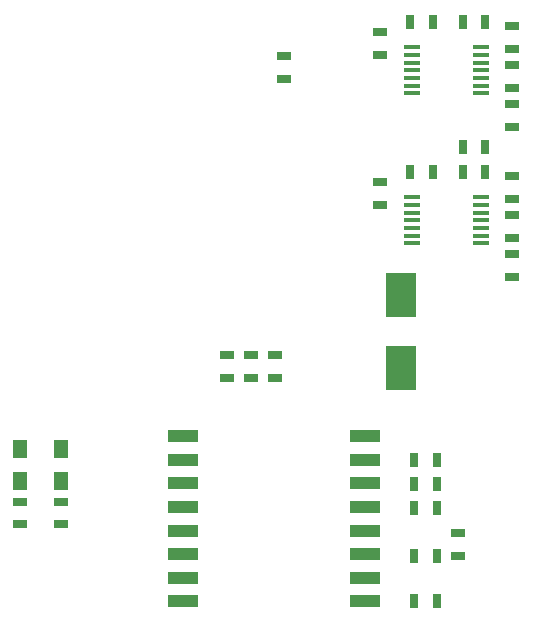
<source format=gbr>
G04 #@! TF.GenerationSoftware,KiCad,Pcbnew,(5.0.1)-4*
G04 #@! TF.CreationDate,2019-02-15T22:12:16-03:00*
G04 #@! TF.ProjectId,reflow,7265666C6F772E6B696361645F706362,rev?*
G04 #@! TF.SameCoordinates,Original*
G04 #@! TF.FileFunction,Paste,Top*
G04 #@! TF.FilePolarity,Positive*
%FSLAX46Y46*%
G04 Gerber Fmt 4.6, Leading zero omitted, Abs format (unit mm)*
G04 Created by KiCad (PCBNEW (5.0.1)-4) date 15/2/2019 22:12:16*
%MOMM*%
%LPD*%
G01*
G04 APERTURE LIST*
%ADD10R,1.300000X0.700000*%
%ADD11R,0.700000X1.300000*%
%ADD12R,1.450000X0.450000*%
%ADD13R,2.500000X1.100000*%
%ADD14R,2.500000X3.750000*%
%ADD15R,1.300000X1.500000*%
G04 APERTURE END LIST*
D10*
G04 #@! TO.C,C11*
X166116000Y-84394000D03*
X166116000Y-86294000D03*
G04 #@! TD*
D11*
G04 #@! TO.C,C7*
X157480000Y-84074000D03*
X159380000Y-84074000D03*
G04 #@! TD*
G04 #@! TO.C,C8*
X163830000Y-84074000D03*
X161930000Y-84074000D03*
G04 #@! TD*
D10*
G04 #@! TO.C,C9*
X166116000Y-92898000D03*
X166116000Y-90998000D03*
G04 #@! TD*
D12*
G04 #@! TO.C,U4*
X157578000Y-90088000D03*
X157578000Y-89438000D03*
X157578000Y-88788000D03*
X157578000Y-88138000D03*
X157578000Y-87488000D03*
X157578000Y-86838000D03*
X157578000Y-86188000D03*
X163478000Y-86188000D03*
X163478000Y-86838000D03*
X163478000Y-87488000D03*
X163478000Y-88138000D03*
X163478000Y-88788000D03*
X163478000Y-89438000D03*
X163478000Y-90088000D03*
G04 #@! TD*
D10*
G04 #@! TO.C,C10*
X166116000Y-89596000D03*
X166116000Y-87696000D03*
G04 #@! TD*
D13*
G04 #@! TO.C,U3*
X153608000Y-120396000D03*
X153608000Y-118396000D03*
X153608000Y-116396000D03*
X153608000Y-114396000D03*
X153608000Y-112396000D03*
X153608000Y-110396000D03*
X153608000Y-108396000D03*
X153608000Y-106396000D03*
X138208000Y-106396000D03*
X138208000Y-108396000D03*
X138208000Y-110396000D03*
X138208000Y-112396000D03*
X138208000Y-114396000D03*
X138208000Y-116396000D03*
X138208000Y-118396000D03*
X138208000Y-120396000D03*
G04 #@! TD*
D14*
G04 #@! TO.C,C1*
X156718000Y-94411000D03*
X156718000Y-100661000D03*
G04 #@! TD*
D12*
G04 #@! TO.C,U5*
X163478000Y-77388000D03*
X163478000Y-76738000D03*
X163478000Y-76088000D03*
X163478000Y-75438000D03*
X163478000Y-74788000D03*
X163478000Y-74138000D03*
X163478000Y-73488000D03*
X157578000Y-73488000D03*
X157578000Y-74138000D03*
X157578000Y-74788000D03*
X157578000Y-75438000D03*
X157578000Y-76088000D03*
X157578000Y-76738000D03*
X157578000Y-77388000D03*
G04 #@! TD*
D11*
G04 #@! TO.C,C2*
X159380000Y-71374000D03*
X157480000Y-71374000D03*
G04 #@! TD*
G04 #@! TO.C,C3*
X161930000Y-71374000D03*
X163830000Y-71374000D03*
G04 #@! TD*
D10*
G04 #@! TO.C,C4*
X166116000Y-78298000D03*
X166116000Y-80198000D03*
G04 #@! TD*
G04 #@! TO.C,C5*
X166116000Y-74996000D03*
X166116000Y-76896000D03*
G04 #@! TD*
G04 #@! TO.C,C6*
X166116000Y-73594000D03*
X166116000Y-71694000D03*
G04 #@! TD*
D11*
G04 #@! TO.C,R3*
X159700000Y-120396000D03*
X157800000Y-120396000D03*
G04 #@! TD*
G04 #@! TO.C,R4*
X157800000Y-116586000D03*
X159700000Y-116586000D03*
G04 #@! TD*
D10*
G04 #@! TO.C,R5*
X146050000Y-101454000D03*
X146050000Y-99554000D03*
G04 #@! TD*
G04 #@! TO.C,R6*
X144018000Y-99554000D03*
X144018000Y-101454000D03*
G04 #@! TD*
G04 #@! TO.C,R7*
X141986000Y-101454000D03*
X141986000Y-99554000D03*
G04 #@! TD*
G04 #@! TO.C,R12*
X161544000Y-114620000D03*
X161544000Y-116520000D03*
G04 #@! TD*
D11*
G04 #@! TO.C,R13*
X159700000Y-112522000D03*
X157800000Y-112522000D03*
G04 #@! TD*
G04 #@! TO.C,R14*
X157800000Y-110490000D03*
X159700000Y-110490000D03*
G04 #@! TD*
G04 #@! TO.C,R15*
X157800000Y-108458000D03*
X159700000Y-108458000D03*
G04 #@! TD*
D10*
G04 #@! TO.C,R8*
X154940000Y-86802000D03*
X154940000Y-84902000D03*
G04 #@! TD*
G04 #@! TO.C,R9*
X154940000Y-72202000D03*
X154940000Y-74102000D03*
G04 #@! TD*
G04 #@! TO.C,R10*
X146812000Y-76134000D03*
X146812000Y-74234000D03*
G04 #@! TD*
G04 #@! TO.C,R11*
X124460000Y-113853000D03*
X124460000Y-111953000D03*
G04 #@! TD*
G04 #@! TO.C,R16*
X127889000Y-111953000D03*
X127889000Y-113853000D03*
G04 #@! TD*
D15*
G04 #@! TO.C,D2*
X124460000Y-107489000D03*
X124460000Y-110189000D03*
G04 #@! TD*
G04 #@! TO.C,D3*
X127889000Y-110189000D03*
X127889000Y-107489000D03*
G04 #@! TD*
D11*
G04 #@! TO.C,C12*
X163814800Y-81940400D03*
X161914800Y-81940400D03*
G04 #@! TD*
M02*

</source>
